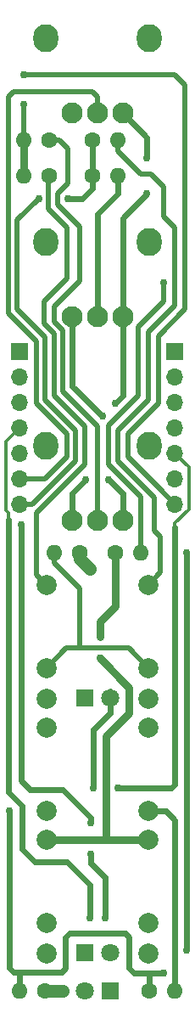
<source format=gbr>
G04 #@! TF.GenerationSoftware,KiCad,Pcbnew,(5.1.9-0-10_14)*
G04 #@! TF.CreationDate,2021-02-07T03:36:00-06:00*
G04 #@! TF.ProjectId,JNTUB_board1,4a4e5455-425f-4626-9f61-7264312e6b69,rev?*
G04 #@! TF.SameCoordinates,Original*
G04 #@! TF.FileFunction,Copper,L1,Top*
G04 #@! TF.FilePolarity,Positive*
%FSLAX46Y46*%
G04 Gerber Fmt 4.6, Leading zero omitted, Abs format (unit mm)*
G04 Created by KiCad (PCBNEW (5.1.9-0-10_14)) date 2021-02-07 03:36:00*
%MOMM*%
%LPD*%
G01*
G04 APERTURE LIST*
G04 #@! TA.AperFunction,ComponentPad*
%ADD10O,2.500000X2.800000*%
G04 #@! TD*
G04 #@! TA.AperFunction,ComponentPad*
%ADD11C,2.100000*%
G04 #@! TD*
G04 #@! TA.AperFunction,ComponentPad*
%ADD12O,1.600000X1.600000*%
G04 #@! TD*
G04 #@! TA.AperFunction,ComponentPad*
%ADD13C,1.600000*%
G04 #@! TD*
G04 #@! TA.AperFunction,ComponentPad*
%ADD14R,1.700000X1.700000*%
G04 #@! TD*
G04 #@! TA.AperFunction,ComponentPad*
%ADD15O,1.700000X1.700000*%
G04 #@! TD*
G04 #@! TA.AperFunction,ComponentPad*
%ADD16C,2.000000*%
G04 #@! TD*
G04 #@! TA.AperFunction,ComponentPad*
%ADD17R,1.800000X1.800000*%
G04 #@! TD*
G04 #@! TA.AperFunction,ComponentPad*
%ADD18C,1.800000*%
G04 #@! TD*
G04 #@! TA.AperFunction,ViaPad*
%ADD19C,1.016000*%
G04 #@! TD*
G04 #@! TA.AperFunction,ViaPad*
%ADD20C,0.762000*%
G04 #@! TD*
G04 #@! TA.AperFunction,Conductor*
%ADD21C,1.270000*%
G04 #@! TD*
G04 #@! TA.AperFunction,Conductor*
%ADD22C,0.609600*%
G04 #@! TD*
G04 #@! TA.AperFunction,Conductor*
%ADD23C,0.350000*%
G04 #@! TD*
G04 #@! TA.AperFunction,Conductor*
%ADD24C,0.508000*%
G04 #@! TD*
G04 #@! TA.AperFunction,Conductor*
%ADD25C,0.406400*%
G04 #@! TD*
G04 #@! TA.AperFunction,Conductor*
%ADD26C,0.762000*%
G04 #@! TD*
G04 #@! TA.AperFunction,Conductor*
%ADD27C,0.304800*%
G04 #@! TD*
G04 APERTURE END LIST*
D10*
G04 #@! TO.P,RV3,MP*
G04 #@! TO.N,GNDREF*
X232784000Y-60452000D03*
X222384000Y-60452000D03*
D11*
G04 #@! TO.P,RV3,3*
G04 #@! TO.N,+5V*
X230084000Y-67952000D03*
G04 #@! TO.P,RV3,2*
G04 #@! TO.N,/PeripheralBoard/P3_POT*
X227584000Y-67952000D03*
G04 #@! TO.P,RV3,1*
G04 #@! TO.N,GNDREF*
X225084000Y-67952000D03*
G04 #@! TD*
D10*
G04 #@! TO.P,RV1,MP*
G04 #@! TO.N,GNDREF*
X232784000Y-101092000D03*
X222384000Y-101092000D03*
D11*
G04 #@! TO.P,RV1,3*
G04 #@! TO.N,+5V*
X230084000Y-108592000D03*
G04 #@! TO.P,RV1,2*
G04 #@! TO.N,/PeripheralBoard/P1_POT*
X227584000Y-108592000D03*
G04 #@! TO.P,RV1,1*
G04 #@! TO.N,-5V*
X225084000Y-108592000D03*
G04 #@! TD*
D10*
G04 #@! TO.P,RV2,MP*
G04 #@! TO.N,GNDREF*
X232784000Y-80772000D03*
X222384000Y-80772000D03*
D11*
G04 #@! TO.P,RV2,3*
G04 #@! TO.N,+5V*
X230084000Y-88272000D03*
G04 #@! TO.P,RV2,2*
G04 #@! TO.N,/PeripheralBoard/P2_POT*
X227584000Y-88272000D03*
G04 #@! TO.P,RV2,1*
G04 #@! TO.N,-5V*
X225084000Y-88272000D03*
G04 #@! TD*
D12*
G04 #@! TO.P,R1,2*
G04 #@! TO.N,/PeripheralBoard/P2_POT*
X229616000Y-74168000D03*
D13*
G04 #@! TO.P,R1,1*
G04 #@! TO.N,/PeripheralBoard/P2_AVG*
X227076000Y-74168000D03*
G04 #@! TD*
D12*
G04 #@! TO.P,R3,2*
G04 #@! TO.N,/PeripheralBoard/P2_CV*
X229616000Y-70612000D03*
D13*
G04 #@! TO.P,R3,1*
G04 #@! TO.N,/PeripheralBoard/P2_AVG*
X227076000Y-70612000D03*
G04 #@! TD*
D12*
G04 #@! TO.P,R7,2*
G04 #@! TO.N,/PeripheralBoard/P1_AVG*
X220218000Y-70612000D03*
D13*
G04 #@! TO.P,R7,1*
G04 #@! TO.N,/PeripheralBoard/P1_POT*
X222758000Y-70612000D03*
G04 #@! TD*
D12*
G04 #@! TO.P,R9,2*
G04 #@! TO.N,/PeripheralBoard/P1_AVG*
X220218000Y-74168000D03*
D13*
G04 #@! TO.P,R9,1*
G04 #@! TO.N,/PeripheralBoard/P1_CV*
X222758000Y-74168000D03*
G04 #@! TD*
D12*
G04 #@! TO.P,R15,2*
G04 #@! TO.N,/PeripheralBoard/DITTO*
X235331000Y-155448000D03*
D13*
G04 #@! TO.P,R15,1*
G04 #@! TO.N,/PeripheralBoard/CLK_TRG*
X232791000Y-155448000D03*
G04 #@! TD*
D12*
G04 #@! TO.P,R17,2*
G04 #@! TO.N,/PeripheralBoard/CLK_TRG*
X219837000Y-155448000D03*
D13*
G04 #@! TO.P,R17,1*
G04 #@! TO.N,GNDREF*
X222377000Y-155448000D03*
G04 #@! TD*
D12*
G04 #@! TO.P,R21,2*
G04 #@! TO.N,/PeripheralBoard/OUT*
X231902000Y-111760000D03*
D13*
G04 #@! TO.P,R21,1*
G04 #@! TO.N,/PeripheralBoard/OUT1*
X229362000Y-111760000D03*
G04 #@! TD*
D12*
G04 #@! TO.P,R29,2*
G04 #@! TO.N,Net-(J1-Pad2)*
X223266000Y-111760000D03*
D13*
G04 #@! TO.P,R29,1*
G04 #@! TO.N,GNDREF*
X225806000Y-111760000D03*
G04 #@! TD*
D14*
G04 #@! TO.P,J7,1*
G04 #@! TO.N,+5V*
X219837000Y-91694000D03*
D15*
G04 #@! TO.P,J7,2*
G04 #@! TO.N,-5V*
X219837000Y-94234000D03*
G04 #@! TO.P,J7,3*
G04 #@! TO.N,Net-(J7-Pad3)*
X219837000Y-96774000D03*
G04 #@! TO.P,J7,4*
G04 #@! TO.N,/PeripheralBoard/LED_NEG*
X219837000Y-99314000D03*
G04 #@! TO.P,J7,5*
G04 #@! TO.N,/PeripheralBoard/LED_POS*
X219837000Y-101854000D03*
G04 #@! TO.P,J7,6*
G04 #@! TO.N,/PeripheralBoard/P3_POT*
X219837000Y-104394000D03*
G04 #@! TO.P,J7,7*
G04 #@! TO.N,/PeripheralBoard/P2_AVG*
X219837000Y-106934000D03*
G04 #@! TD*
G04 #@! TO.P,J8,7*
G04 #@! TO.N,/PeripheralBoard/P1_AVG*
X235331000Y-106934000D03*
G04 #@! TO.P,J8,6*
G04 #@! TO.N,/PeripheralBoard/CLK_TRG*
X235331000Y-104394000D03*
G04 #@! TO.P,J8,5*
G04 #@! TO.N,/PeripheralBoard/CLK_LED*
X235331000Y-101854000D03*
G04 #@! TO.P,J8,4*
G04 #@! TO.N,GNDREF*
X235331000Y-99314000D03*
G04 #@! TO.P,J8,3*
X235331000Y-96774000D03*
G04 #@! TO.P,J8,2*
X235331000Y-94234000D03*
D14*
G04 #@! TO.P,J8,1*
G04 #@! TO.N,/PeripheralBoard/OUT*
X235331000Y-91694000D03*
G04 #@! TD*
D16*
G04 #@! TO.P,J4,3*
G04 #@! TO.N,/PeripheralBoard/DITTO*
X232664000Y-137508000D03*
G04 #@! TO.P,J4,2*
G04 #@! TO.N,Net-(J4-Pad2)*
X232664000Y-129208000D03*
G04 #@! TD*
G04 #@! TO.P,J3,3*
G04 #@! TO.N,/PeripheralBoard/CLK_TRG*
X222504000Y-137508000D03*
G04 #@! TO.P,J3,2*
G04 #@! TO.N,Net-(J3-Pad2)*
X222504000Y-129208000D03*
G04 #@! TD*
G04 #@! TO.P,J6,1*
G04 #@! TO.N,GNDREF*
X232664000Y-151768000D03*
G04 #@! TO.P,J6,2*
G04 #@! TO.N,Net-(J6-Pad2)*
X232664000Y-148668000D03*
G04 #@! TO.P,J6,3*
G04 #@! TO.N,/PeripheralBoard/OUT1*
X232664000Y-140368000D03*
G04 #@! TD*
G04 #@! TO.P,J5,1*
G04 #@! TO.N,GNDREF*
X222504000Y-151768000D03*
G04 #@! TO.P,J5,2*
G04 #@! TO.N,Net-(J5-Pad2)*
X222504000Y-148668000D03*
G04 #@! TO.P,J5,3*
G04 #@! TO.N,/PeripheralBoard/OUT1*
X222504000Y-140368000D03*
G04 #@! TD*
G04 #@! TO.P,J2,1*
G04 #@! TO.N,GNDREF*
X232664000Y-126368000D03*
G04 #@! TO.P,J2,2*
G04 #@! TO.N,Net-(J1-Pad2)*
X232664000Y-123268000D03*
G04 #@! TO.P,J2,3*
G04 #@! TO.N,/PeripheralBoard/P2_CV*
X232664000Y-114968000D03*
G04 #@! TD*
G04 #@! TO.P,J1,1*
G04 #@! TO.N,GNDREF*
X222504000Y-126368000D03*
G04 #@! TO.P,J1,2*
G04 #@! TO.N,Net-(J1-Pad2)*
X222504000Y-123268000D03*
G04 #@! TO.P,J1,3*
G04 #@! TO.N,/PeripheralBoard/P1_CV*
X222504000Y-114968000D03*
G04 #@! TD*
D17*
G04 #@! TO.P,D6,1*
G04 #@! TO.N,GNDREF*
X226314000Y-126238000D03*
D18*
G04 #@! TO.P,D6,2*
G04 #@! TO.N,/PeripheralBoard/CLK_LED*
X228854000Y-126238000D03*
G04 #@! TD*
D17*
G04 #@! TO.P,D7,1*
G04 #@! TO.N,/PeripheralBoard/LED_NEG*
X226314000Y-151638000D03*
D18*
G04 #@! TO.P,D7,2*
G04 #@! TO.N,/PeripheralBoard/LED_POS*
X228854000Y-151638000D03*
G04 #@! TD*
D17*
G04 #@! TO.P,D8,1*
G04 #@! TO.N,/PeripheralBoard/LED_POS*
X228854000Y-155448000D03*
D18*
G04 #@! TO.P,D8,2*
G04 #@! TO.N,/PeripheralBoard/LED_NEG*
X226314000Y-155448000D03*
G04 #@! TD*
D19*
G04 #@! TO.N,GNDREF*
X226822000Y-113411000D03*
X224155000Y-155448000D03*
D20*
G04 #@! TO.N,+5V*
X232537000Y-75946000D03*
X232537000Y-72390000D03*
X229362000Y-96869902D03*
X228727000Y-104521000D03*
G04 #@! TO.N,-5V*
X226441000Y-104521000D03*
X228092000Y-98171000D03*
G04 #@! TO.N,/PeripheralBoard/OUT*
X234188000Y-84836000D03*
G04 #@! TO.N,/PeripheralBoard/CLK_TRG*
X218795600Y-137515600D03*
X234188000Y-153670000D03*
X236474000Y-111760000D03*
X236474000Y-151384000D03*
G04 #@! TO.N,/PeripheralBoard/P2_AVG*
X224663000Y-76454000D03*
X221742000Y-76454000D03*
G04 #@! TO.N,/PeripheralBoard/P1_AVG*
X220218000Y-67056000D03*
X220218000Y-64135000D03*
G04 #@! TO.N,/PeripheralBoard/CLK_LED*
X227203000Y-135255000D03*
X229616000Y-135255000D03*
G04 #@! TO.N,/PeripheralBoard/LED_NEG*
X226822000Y-148209000D03*
G04 #@! TO.N,/PeripheralBoard/LED_POS*
X228346000Y-148209000D03*
X219964000Y-108966000D03*
X226949000Y-141859000D03*
X226949000Y-138684000D03*
G04 #@! TO.N,/PeripheralBoard/OUT1*
X227838000Y-120142000D03*
X227838000Y-122301000D03*
G04 #@! TD*
D21*
G04 #@! TO.N,GNDREF*
X225806000Y-112395000D02*
X226822000Y-113411000D01*
X225806000Y-111760000D02*
X225806000Y-112395000D01*
X222377000Y-155448000D02*
X224155000Y-155448000D01*
D22*
G04 #@! TO.N,+5V*
X230084000Y-85685000D02*
X230084000Y-88272000D01*
D23*
X219913200Y-91617800D02*
X219837000Y-91694000D01*
D22*
X230084000Y-78399000D02*
X232537000Y-75946000D01*
X230084000Y-85685000D02*
X230084000Y-78399000D01*
X232537000Y-70405000D02*
X230084000Y-67952000D01*
X232537000Y-72390000D02*
X232537000Y-70405000D01*
X230084000Y-105878000D02*
X228727000Y-104521000D01*
X230084000Y-108592000D02*
X230084000Y-105878000D01*
X230084000Y-96147902D02*
X229362000Y-96869902D01*
X230084000Y-88272000D02*
X230084000Y-96147902D01*
G04 #@! TO.N,-5V*
X225044000Y-108552000D02*
X225084000Y-108592000D01*
X225084000Y-105878000D02*
X226441000Y-104521000D01*
X225084000Y-108592000D02*
X225084000Y-105878000D01*
X225084000Y-95163000D02*
X228092000Y-98171000D01*
X225084000Y-88272000D02*
X225084000Y-95163000D01*
D24*
G04 #@! TO.N,Net-(J1-Pad2)*
X222504000Y-123268000D02*
X224487000Y-121285000D01*
X230681000Y-121285000D02*
X232664000Y-123268000D01*
X224487000Y-121285000D02*
X225806000Y-121285000D01*
X225806000Y-121285000D02*
X230681000Y-121285000D01*
X223266000Y-112776000D02*
X223266000Y-111760000D01*
X225806000Y-115316000D02*
X223266000Y-112776000D01*
X225806000Y-121285000D02*
X225806000Y-115316000D01*
G04 #@! TO.N,/PeripheralBoard/P1_CV*
X222681801Y-74244199D02*
X222758000Y-74168000D01*
X222681801Y-77520801D02*
X222681801Y-74244199D01*
X224536000Y-79375000D02*
X222681801Y-77520801D01*
X226314000Y-102997000D02*
X226314000Y-99187000D01*
X222250000Y-86741000D02*
X224536000Y-84455000D01*
X222250000Y-88900000D02*
X222250000Y-86741000D01*
X221488000Y-107823000D02*
X226314000Y-102997000D01*
X221488000Y-113952000D02*
X221488000Y-107823000D01*
X226314000Y-99187000D02*
X223266000Y-96139000D01*
X223266000Y-89916000D02*
X222250000Y-88900000D01*
X224536000Y-84455000D02*
X224536000Y-79375000D01*
X223266000Y-96139000D02*
X223266000Y-89916000D01*
X222504000Y-114968000D02*
X221488000Y-113952000D01*
G04 #@! TO.N,/PeripheralBoard/P2_CV*
X229616000Y-71743370D02*
X231913630Y-74041000D01*
X233871399Y-110173399D02*
X233871399Y-113760601D01*
X233871399Y-113760601D02*
X232664000Y-114968000D01*
X233299000Y-109601000D02*
X233299000Y-106680000D01*
X234188000Y-77089000D02*
X234188000Y-78232000D01*
X234188000Y-78232000D02*
X235331000Y-79375000D01*
X235331000Y-79375000D02*
X235331000Y-87122000D01*
X235331000Y-87122000D02*
X232664000Y-89789000D01*
X232664000Y-89789000D02*
X232664000Y-96520000D01*
X232664000Y-96520000D02*
X229616000Y-99568000D01*
X229616000Y-99568000D02*
X229616000Y-102616000D01*
X229616000Y-102616000D02*
X233299000Y-106299000D01*
X233299000Y-106299000D02*
X233299000Y-106680000D01*
X233871399Y-110173399D02*
X233299000Y-109601000D01*
X234188000Y-75311000D02*
X234188000Y-77089000D01*
X232918000Y-74041000D02*
X234188000Y-75311000D01*
X231913630Y-74041000D02*
X232918000Y-74041000D01*
X229616000Y-70612000D02*
X229616000Y-71743370D01*
G04 #@! TO.N,/PeripheralBoard/OUT*
X231902000Y-111760000D02*
X231902000Y-106172000D01*
X231902000Y-106172000D02*
X231648000Y-105918000D01*
X228727000Y-102997000D02*
X231648000Y-105918000D01*
X228727000Y-99060000D02*
X228727000Y-102997000D01*
X229362000Y-98425000D02*
X228727000Y-99060000D01*
X231648000Y-96139000D02*
X229362000Y-98425000D01*
X231648000Y-91821000D02*
X231648000Y-96139000D01*
X231648000Y-89281000D02*
X231648000Y-91821000D01*
X232156000Y-88773000D02*
X231648000Y-89281000D01*
X234188000Y-86741000D02*
X232156000Y-88773000D01*
X234188000Y-84836000D02*
X234188000Y-86741000D01*
G04 #@! TO.N,/PeripheralBoard/P3_POT*
X219202000Y-65786000D02*
X227076000Y-65786000D01*
X221488000Y-90678000D02*
X218694000Y-87884000D01*
X221488000Y-96901000D02*
X221488000Y-90678000D01*
X224536000Y-99949000D02*
X221488000Y-96901000D01*
X227076000Y-65786000D02*
X227584000Y-66294000D01*
X218694000Y-66294000D02*
X219202000Y-65786000D01*
X224536000Y-102235000D02*
X224536000Y-99949000D01*
X218694000Y-87884000D02*
X218694000Y-66294000D01*
X222377000Y-104394000D02*
X224536000Y-102235000D01*
X227584000Y-66294000D02*
X227584000Y-67952000D01*
X219837000Y-104394000D02*
X222377000Y-104394000D01*
D22*
G04 #@! TO.N,/PeripheralBoard/P2_POT*
X229616000Y-75946000D02*
X229616000Y-74168000D01*
X227584000Y-77978000D02*
X229616000Y-75946000D01*
X227584000Y-88272000D02*
X227584000Y-77978000D01*
D24*
G04 #@! TO.N,/PeripheralBoard/P1_POT*
X224663000Y-74930000D02*
X223647000Y-75946000D01*
X224078810Y-95681810D02*
X227584000Y-99187000D01*
X224078810Y-89579324D02*
X224078810Y-95681810D01*
X223266000Y-88766514D02*
X224078810Y-89579324D01*
X227584000Y-99187000D02*
X227584000Y-108592000D01*
X223266000Y-87249000D02*
X223266000Y-88766514D01*
X225806000Y-84709000D02*
X223266000Y-87249000D01*
X225806000Y-79248000D02*
X225806000Y-84709000D01*
X223647000Y-77089000D02*
X225806000Y-79248000D01*
X223647000Y-75946000D02*
X223647000Y-77089000D01*
X224663000Y-71501000D02*
X224663000Y-74930000D01*
X223774000Y-70612000D02*
X224663000Y-71501000D01*
X222758000Y-70612000D02*
X223774000Y-70612000D01*
D22*
G04 #@! TO.N,/PeripheralBoard/CLK_TRG*
X218795600Y-153212800D02*
X219163601Y-153580801D01*
X218795600Y-137515600D02*
X218795600Y-153212800D01*
X219837000Y-155448000D02*
X219837000Y-153593202D01*
D25*
X220218000Y-153593202D02*
X220205599Y-153580801D01*
D22*
X219163601Y-153580801D02*
X220205599Y-153580801D01*
X236474000Y-133223000D02*
X236474000Y-111760000D01*
X236474000Y-151384000D02*
X236474000Y-133223000D01*
X224790000Y-149733000D02*
X224409000Y-150114000D01*
X230378000Y-149733000D02*
X224790000Y-149733000D01*
X230759000Y-153162000D02*
X230759000Y-150114000D01*
X220815199Y-153580801D02*
X220205599Y-153580801D01*
X223990199Y-153580801D02*
X220815199Y-153580801D01*
X224409000Y-153162000D02*
X223990199Y-153580801D01*
X224409000Y-150114000D02*
X224409000Y-153162000D01*
X230759000Y-150114000D02*
X230378000Y-149733000D01*
X231267000Y-153670000D02*
X230759000Y-153162000D01*
X232791000Y-153670000D02*
X232791000Y-155448000D01*
X234188000Y-153670000D02*
X232791000Y-153670000D01*
X232791000Y-153670000D02*
X231267000Y-153670000D01*
G04 #@! TO.N,/PeripheralBoard/P2_AVG*
X227076000Y-70612000D02*
X227076000Y-74168000D01*
D24*
X219583000Y-87503000D02*
X219583000Y-78613000D01*
D22*
X226060000Y-76454000D02*
X227076000Y-75438000D01*
X227076000Y-75438000D02*
X227076000Y-74168000D01*
X224663000Y-76454000D02*
X226060000Y-76454000D01*
D24*
X219583000Y-78613000D02*
X221742000Y-76454000D01*
X219837000Y-106934000D02*
X221107000Y-106934000D01*
X221107000Y-106934000D02*
X225425000Y-102616000D01*
X225425000Y-102616000D02*
X225425000Y-99568000D01*
X225425000Y-99568000D02*
X222377000Y-96520000D01*
X222377000Y-96520000D02*
X222377000Y-90297000D01*
X222377000Y-90297000D02*
X219583000Y-87503000D01*
D26*
G04 #@! TO.N,/PeripheralBoard/P1_AVG*
X220218000Y-70612000D02*
X220218000Y-73914000D01*
D24*
X233680000Y-105283000D02*
X235331000Y-106934000D01*
X220218000Y-64135000D02*
X235331000Y-64135000D01*
X235331000Y-64135000D02*
X236347000Y-65151000D01*
X236347000Y-65151000D02*
X236347000Y-78867000D01*
X233680000Y-105283000D02*
X230632000Y-102235000D01*
X230632000Y-102235000D02*
X230632000Y-99949000D01*
X230632000Y-99949000D02*
X233680000Y-96901000D01*
X233680000Y-96901000D02*
X233680000Y-90170000D01*
X233680000Y-90170000D02*
X236347000Y-87503000D01*
X236347000Y-87503000D02*
X236347000Y-78867000D01*
X220218000Y-70612000D02*
X220218000Y-67056000D01*
D25*
G04 #@! TO.N,/PeripheralBoard/CLK_LED*
X228854000Y-125476000D02*
X228854000Y-126238000D01*
D27*
X235331000Y-101854000D02*
X236703790Y-103226790D01*
X236703790Y-107495868D02*
X235331000Y-108868658D01*
X236703790Y-103226790D02*
X236703790Y-107495868D01*
X235331000Y-108868658D02*
X235331000Y-109220000D01*
D22*
X235331000Y-134874000D02*
X235331000Y-109220000D01*
X234950000Y-135255000D02*
X235331000Y-134874000D01*
X229616000Y-135255000D02*
X234950000Y-135255000D01*
X228854000Y-127762000D02*
X228854000Y-126238000D01*
X227203000Y-129413000D02*
X228854000Y-127762000D01*
X227203000Y-135255000D02*
X227203000Y-129413000D01*
D27*
G04 #@! TO.N,/PeripheralBoard/LED_NEG*
X218694000Y-107823000D02*
X218694000Y-108458000D01*
X218464210Y-107593210D02*
X218694000Y-107823000D01*
X218464210Y-100686790D02*
X218464210Y-107593210D01*
X219837000Y-99314000D02*
X218464210Y-100686790D01*
D22*
X224536000Y-142621000D02*
X226822000Y-144907000D01*
X226822000Y-144907000D02*
X226822000Y-148209000D01*
X218694000Y-135636000D02*
X220091000Y-137033000D01*
X220091000Y-137033000D02*
X220091000Y-141351000D01*
X220091000Y-141351000D02*
X221361000Y-142621000D01*
X221361000Y-142621000D02*
X224536000Y-142621000D01*
X218694000Y-108458000D02*
X218694000Y-135636000D01*
D25*
G04 #@! TO.N,/PeripheralBoard/LED_POS*
X219837000Y-101854000D02*
X219837000Y-102384158D01*
D22*
X228346000Y-148209000D02*
X228346000Y-144145000D01*
X226949000Y-138176000D02*
X226949000Y-138684000D01*
X224155000Y-135382000D02*
X226949000Y-138176000D01*
X220853000Y-135382000D02*
X224155000Y-135382000D01*
X219964000Y-134493000D02*
X220853000Y-135382000D01*
X219964000Y-108966000D02*
X219964000Y-134493000D01*
X228346000Y-144145000D02*
X226949000Y-142748000D01*
X226949000Y-142748000D02*
X226949000Y-141859000D01*
G04 #@! TO.N,/PeripheralBoard/DITTO*
X234409000Y-137508000D02*
X232664000Y-137508000D01*
X235331000Y-138430000D02*
X234409000Y-137508000D01*
X235331000Y-155448000D02*
X235331000Y-138430000D01*
D26*
G04 #@! TO.N,/PeripheralBoard/OUT1*
X222504000Y-140368000D02*
X228694000Y-140368000D01*
X228694000Y-140368000D02*
X232664000Y-140368000D01*
X228473000Y-130048000D02*
X230759000Y-127762000D01*
X228473000Y-140368000D02*
X228473000Y-130048000D01*
X230759000Y-125222000D02*
X230759000Y-127762000D01*
X227838000Y-122301000D02*
X230759000Y-125222000D01*
X229362000Y-117094000D02*
X227838000Y-118618000D01*
X227838000Y-118618000D02*
X227838000Y-120142000D01*
X229362000Y-111760000D02*
X229362000Y-117094000D01*
G04 #@! TD*
M02*

</source>
